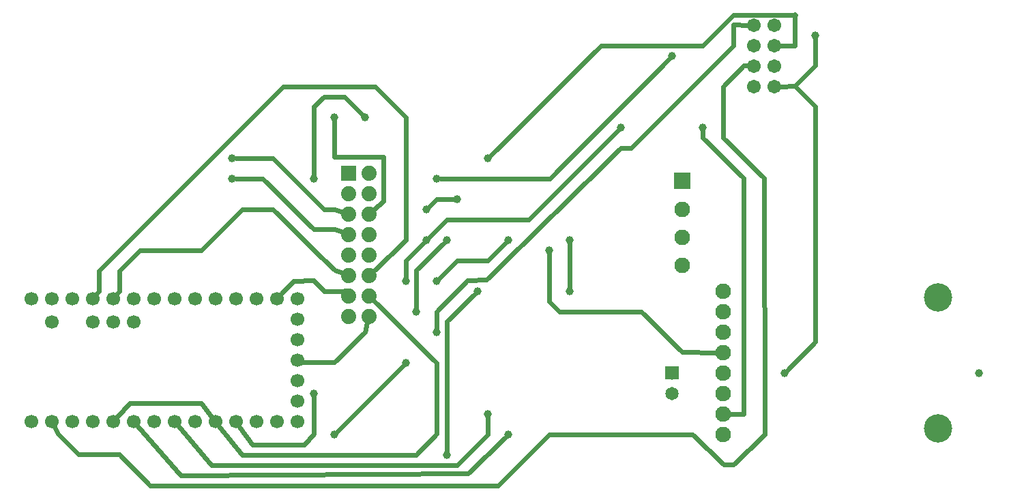
<source format=gbl>
G04 MADE WITH FRITZING*
G04 WWW.FRITZING.ORG*
G04 DOUBLE SIDED*
G04 HOLES PLATED*
G04 CONTOUR ON CENTER OF CONTOUR VECTOR*
%ASAXBY*%
%FSLAX23Y23*%
%MOIN*%
%OFA0B0*%
%SFA1.0B1.0*%
%ADD10C,0.065000*%
%ADD11C,0.039370*%
%ADD12C,0.076139*%
%ADD13C,0.067278*%
%ADD14C,0.074000*%
%ADD15C,0.138425*%
%ADD16C,0.076000*%
%ADD17C,0.066889*%
%ADD18R,0.074000X0.074000*%
%ADD19C,0.024000*%
%ADD20R,0.001000X0.001000*%
%LNCOPPER0*%
G90*
G70*
G54D10*
X3190Y1059D03*
X3190Y959D03*
G54D11*
X4690Y1059D03*
X1540Y759D03*
X1890Y1109D03*
X1940Y1359D03*
X2090Y1709D03*
X1990Y1859D03*
X2140Y1909D03*
X2290Y2109D03*
G54D12*
X3240Y1997D03*
X3240Y1859D03*
X3240Y1721D03*
X3240Y1583D03*
G54D11*
X1990Y1709D03*
X2940Y2259D03*
X2690Y1709D03*
X2690Y1459D03*
X3890Y2709D03*
X3190Y2609D03*
X3740Y1059D03*
X1440Y959D03*
X1890Y1509D03*
X2040Y1259D03*
X2240Y1459D03*
X1540Y2309D03*
X2290Y859D03*
X2390Y759D03*
X2390Y1709D03*
X2041Y1508D03*
X1040Y2009D03*
X2590Y1659D03*
X1040Y2109D03*
X2040Y2009D03*
X1690Y2309D03*
X1440Y2009D03*
X3340Y2259D03*
X2090Y659D03*
G54D13*
X3690Y2459D03*
X3690Y2559D03*
X3690Y2659D03*
X3690Y2759D03*
X3590Y2459D03*
X3590Y2559D03*
X3590Y2659D03*
X3590Y2759D03*
X3690Y2459D03*
X3690Y2559D03*
X3690Y2659D03*
X3690Y2759D03*
X3590Y2459D03*
X3590Y2559D03*
X3590Y2659D03*
X3590Y2759D03*
G54D14*
X1709Y2036D03*
X1709Y1936D03*
X1709Y1836D03*
X1709Y1736D03*
X1709Y1636D03*
X1709Y1536D03*
X1709Y1436D03*
X1709Y1336D03*
X1609Y2036D03*
X1609Y1936D03*
X1609Y1836D03*
X1609Y1736D03*
X1609Y1636D03*
X1609Y1536D03*
X1609Y1436D03*
X1609Y1336D03*
G54D15*
X4490Y1429D03*
X4490Y789D03*
G54D16*
X3440Y759D03*
X3440Y859D03*
X3440Y959D03*
X3440Y1059D03*
X3440Y1159D03*
X3440Y1259D03*
X3440Y1359D03*
X3440Y1459D03*
G54D17*
X1359Y1421D03*
X1259Y1421D03*
X1159Y1421D03*
X1059Y1421D03*
X959Y1421D03*
X859Y1421D03*
X759Y1421D03*
X659Y1421D03*
X559Y1421D03*
X459Y1421D03*
X359Y1421D03*
X259Y1421D03*
X159Y1421D03*
X59Y1421D03*
X159Y1307D03*
X459Y1307D03*
X359Y1307D03*
X1359Y821D03*
X1259Y821D03*
X1159Y821D03*
X1059Y821D03*
X959Y821D03*
X859Y821D03*
X759Y821D03*
X659Y821D03*
X559Y821D03*
X459Y821D03*
X359Y821D03*
X259Y821D03*
X159Y821D03*
X59Y821D03*
X559Y1307D03*
X1359Y1021D03*
X1359Y921D03*
X1359Y1121D03*
X1359Y1321D03*
X1359Y1221D03*
G54D18*
X1609Y2036D03*
G54D19*
X3790Y2460D02*
X3718Y2459D01*
D02*
X3890Y1210D02*
X3890Y2360D01*
D02*
X3890Y2360D02*
X3790Y2460D01*
D02*
X3754Y1072D02*
X3890Y1210D01*
D02*
X3890Y2560D02*
X3790Y2460D01*
D02*
X3790Y2460D02*
X3718Y2459D01*
D02*
X3890Y2690D02*
X3890Y2560D01*
D02*
X1554Y772D02*
X1877Y1095D01*
D02*
X1939Y1560D02*
X2077Y1696D01*
D02*
X1940Y1378D02*
X1939Y1560D01*
D02*
X2041Y1909D02*
X2121Y1909D01*
D02*
X2004Y1872D02*
X2041Y1909D01*
D02*
X3790Y2658D02*
X3718Y2659D01*
D02*
X3790Y2810D02*
X3790Y2658D01*
D02*
X3792Y2809D02*
X3790Y2810D01*
D02*
X3490Y2809D02*
X3791Y2809D01*
D02*
X3340Y2658D02*
X3490Y2809D01*
D02*
X2842Y2658D02*
X3340Y2658D01*
D02*
X2304Y2122D02*
X2842Y2658D01*
D02*
X2091Y1809D02*
X2004Y1722D01*
D02*
X2490Y1809D02*
X2091Y1809D01*
D02*
X2927Y2245D02*
X2490Y1809D01*
D02*
X2690Y1690D02*
X2690Y1478D01*
D02*
X1141Y709D02*
X1077Y796D01*
D02*
X1392Y709D02*
X1141Y709D01*
D02*
X1440Y760D02*
X1392Y709D01*
D02*
X1440Y940D02*
X1440Y760D01*
D02*
X1890Y1609D02*
X1890Y1528D01*
D02*
X1977Y1695D02*
X1890Y1609D01*
D02*
X2989Y2159D02*
X2940Y2159D01*
D02*
X2940Y2159D02*
X2284Y1513D01*
D02*
X3491Y2658D02*
X2989Y2159D01*
D02*
X3491Y2760D02*
X3491Y2658D01*
D02*
X3562Y2759D02*
X3491Y2760D01*
D02*
X2284Y1513D02*
X2189Y1510D01*
D02*
X2040Y1358D02*
X2040Y1278D01*
D02*
X2189Y1510D02*
X2040Y1358D01*
D02*
X2090Y678D02*
X2091Y1310D01*
D02*
X2091Y1310D02*
X2227Y1446D01*
D02*
X1540Y2290D02*
X1540Y2113D01*
D02*
X1540Y2113D02*
X1780Y2113D01*
D02*
X1780Y2113D02*
X1780Y1897D01*
D02*
X1780Y1897D02*
X1733Y1857D01*
D02*
X779Y798D02*
X941Y608D01*
D02*
X941Y608D02*
X2141Y608D01*
D02*
X2291Y758D02*
X2290Y840D01*
D02*
X2141Y608D02*
X2291Y758D01*
D02*
X579Y798D02*
X789Y559D01*
D02*
X789Y559D02*
X2193Y568D01*
D02*
X2193Y568D02*
X2377Y746D01*
D02*
X2141Y1609D02*
X2054Y1522D01*
D02*
X2291Y1609D02*
X2141Y1609D01*
D02*
X2377Y1695D02*
X2291Y1609D01*
D02*
X1189Y2009D02*
X1440Y1760D01*
D02*
X1059Y2009D02*
X1189Y2009D01*
D02*
X1542Y1760D02*
X1580Y1747D01*
D02*
X1440Y1760D02*
X1542Y1760D01*
D02*
X3040Y1359D02*
X3240Y1160D01*
D02*
X2640Y1359D02*
X3040Y1359D01*
D02*
X3240Y1160D02*
X3410Y1159D01*
D02*
X2590Y1409D02*
X2640Y1359D01*
D02*
X2590Y1640D02*
X2590Y1409D01*
D02*
X1059Y2109D02*
X1240Y2109D01*
D02*
X1240Y2109D02*
X1489Y1858D01*
D02*
X1542Y1858D02*
X1579Y1846D01*
D02*
X1489Y1858D02*
X1542Y1858D01*
D02*
X2592Y2009D02*
X2059Y2009D01*
D02*
X3177Y2595D02*
X2592Y2009D01*
D02*
X1591Y2408D02*
X1489Y2409D01*
D02*
X1677Y2322D02*
X1591Y2408D01*
D02*
X1440Y2360D02*
X1440Y2028D01*
D02*
X1489Y2409D02*
X1440Y2360D01*
D02*
X191Y761D02*
X291Y660D01*
D02*
X291Y660D02*
X490Y660D01*
D02*
X490Y660D02*
X641Y508D01*
D02*
X173Y794D02*
X191Y761D01*
D02*
X2341Y508D02*
X2589Y759D01*
D02*
X641Y508D02*
X2341Y508D01*
D02*
X2589Y759D02*
X3290Y757D01*
D02*
X3290Y757D02*
X3442Y610D01*
D02*
X3442Y610D02*
X3490Y610D01*
D02*
X3642Y757D02*
X3639Y2010D01*
D02*
X3490Y610D02*
X3642Y757D01*
D02*
X3439Y2459D02*
X3540Y2560D01*
D02*
X3540Y2560D02*
X3562Y2560D01*
D02*
X3440Y2208D02*
X3439Y2459D01*
D02*
X3639Y2010D02*
X3440Y2208D01*
D02*
X3341Y2240D02*
X3341Y2209D01*
D02*
X3341Y2209D02*
X3541Y2010D01*
D02*
X3540Y859D02*
X3471Y859D01*
D02*
X3541Y2010D02*
X3540Y859D01*
D02*
X2040Y1108D02*
X1731Y1415D01*
D02*
X2040Y760D02*
X2040Y1108D01*
D02*
X1939Y659D02*
X2040Y760D01*
D02*
X1090Y659D02*
X1939Y659D01*
D02*
X978Y797D02*
X1090Y659D01*
D02*
X591Y1659D02*
X891Y1659D01*
D02*
X891Y1659D02*
X1091Y1859D01*
D02*
X1091Y1859D02*
X1240Y1859D01*
D02*
X1491Y1610D02*
X1542Y1560D01*
D02*
X1240Y1859D02*
X1491Y1610D01*
D02*
X1542Y1560D02*
X1580Y1547D01*
D02*
X490Y1558D02*
X591Y1659D01*
D02*
X490Y1459D02*
X490Y1558D01*
D02*
X478Y1445D02*
X490Y1459D01*
D02*
X391Y1558D02*
X391Y1459D01*
D02*
X391Y1459D02*
X378Y1444D01*
D02*
X1290Y2459D02*
X391Y1558D01*
D02*
X1741Y2459D02*
X1290Y2459D01*
D02*
X1890Y2308D02*
X1741Y2459D01*
D02*
X1890Y1709D02*
X1890Y2308D01*
D02*
X1732Y1558D02*
X1890Y1709D01*
D02*
X1340Y1508D02*
X1280Y1443D01*
D02*
X1440Y1510D02*
X1340Y1508D01*
D02*
X1591Y1458D02*
X1489Y1458D01*
D02*
X1489Y1458D02*
X1440Y1510D01*
D02*
X1589Y1460D02*
X1591Y1458D01*
D02*
X1391Y1110D02*
X1388Y1111D01*
D02*
X1540Y1110D02*
X1391Y1110D01*
D02*
X1689Y1258D02*
X1540Y1110D01*
D02*
X1701Y1306D02*
X1689Y1258D01*
D02*
X890Y910D02*
X540Y910D01*
D02*
X540Y910D02*
X479Y844D01*
D02*
X940Y845D02*
X890Y910D01*
G54D20*
X3200Y2037D02*
X3279Y2037D01*
X3200Y2036D02*
X3279Y2036D01*
X3200Y2035D02*
X3279Y2035D01*
X3200Y2034D02*
X3279Y2034D01*
X3200Y2033D02*
X3279Y2033D01*
X3200Y2032D02*
X3279Y2032D01*
X3200Y2031D02*
X3279Y2031D01*
X3200Y2030D02*
X3279Y2030D01*
X3200Y2029D02*
X3279Y2029D01*
X3200Y2028D02*
X3279Y2028D01*
X3200Y2027D02*
X3279Y2027D01*
X3200Y2026D02*
X3279Y2026D01*
X3200Y2025D02*
X3279Y2025D01*
X3200Y2024D02*
X3279Y2024D01*
X3200Y2023D02*
X3279Y2023D01*
X3200Y2022D02*
X3279Y2022D01*
X3200Y2021D02*
X3234Y2021D01*
X3244Y2021D02*
X3279Y2021D01*
X3200Y2020D02*
X3231Y2020D01*
X3248Y2020D02*
X3279Y2020D01*
X3200Y2019D02*
X3228Y2019D01*
X3250Y2019D02*
X3279Y2019D01*
X3200Y2018D02*
X3227Y2018D01*
X3252Y2018D02*
X3279Y2018D01*
X3200Y2017D02*
X3225Y2017D01*
X3253Y2017D02*
X3279Y2017D01*
X3200Y2016D02*
X3224Y2016D01*
X3255Y2016D02*
X3279Y2016D01*
X3200Y2015D02*
X3223Y2015D01*
X3256Y2015D02*
X3279Y2015D01*
X3200Y2014D02*
X3222Y2014D01*
X3257Y2014D02*
X3279Y2014D01*
X3200Y2013D02*
X3221Y2013D01*
X3258Y2013D02*
X3279Y2013D01*
X3200Y2012D02*
X3220Y2012D01*
X3259Y2012D02*
X3279Y2012D01*
X3200Y2011D02*
X3219Y2011D01*
X3259Y2011D02*
X3279Y2011D01*
X3200Y2010D02*
X3219Y2010D01*
X3260Y2010D02*
X3279Y2010D01*
X3200Y2009D02*
X3218Y2009D01*
X3260Y2009D02*
X3279Y2009D01*
X3200Y2008D02*
X3218Y2008D01*
X3261Y2008D02*
X3279Y2008D01*
X3200Y2007D02*
X3217Y2007D01*
X3261Y2007D02*
X3279Y2007D01*
X3200Y2006D02*
X3217Y2006D01*
X3262Y2006D02*
X3279Y2006D01*
X3200Y2005D02*
X3216Y2005D01*
X3262Y2005D02*
X3279Y2005D01*
X3200Y2004D02*
X3216Y2004D01*
X3262Y2004D02*
X3279Y2004D01*
X3200Y2003D02*
X3216Y2003D01*
X3263Y2003D02*
X3279Y2003D01*
X3200Y2002D02*
X3216Y2002D01*
X3263Y2002D02*
X3279Y2002D01*
X3200Y2001D02*
X3215Y2001D01*
X3263Y2001D02*
X3279Y2001D01*
X3200Y2000D02*
X3215Y2000D01*
X3263Y2000D02*
X3279Y2000D01*
X3200Y1999D02*
X3215Y1999D01*
X3263Y1999D02*
X3279Y1999D01*
X3200Y1998D02*
X3215Y1998D01*
X3263Y1998D02*
X3279Y1998D01*
X3200Y1997D02*
X3215Y1997D01*
X3263Y1997D02*
X3279Y1997D01*
X3200Y1996D02*
X3215Y1996D01*
X3263Y1996D02*
X3279Y1996D01*
X3200Y1995D02*
X3215Y1995D01*
X3263Y1995D02*
X3279Y1995D01*
X3200Y1994D02*
X3215Y1994D01*
X3263Y1994D02*
X3279Y1994D01*
X3200Y1993D02*
X3216Y1993D01*
X3263Y1993D02*
X3279Y1993D01*
X3200Y1992D02*
X3216Y1992D01*
X3263Y1992D02*
X3279Y1992D01*
X3200Y1991D02*
X3216Y1991D01*
X3262Y1991D02*
X3279Y1991D01*
X3200Y1990D02*
X3217Y1990D01*
X3262Y1990D02*
X3279Y1990D01*
X3200Y1989D02*
X3217Y1989D01*
X3262Y1989D02*
X3279Y1989D01*
X3200Y1988D02*
X3217Y1988D01*
X3261Y1988D02*
X3279Y1988D01*
X3200Y1987D02*
X3218Y1987D01*
X3261Y1987D02*
X3279Y1987D01*
X3200Y1986D02*
X3218Y1986D01*
X3260Y1986D02*
X3279Y1986D01*
X3200Y1985D02*
X3219Y1985D01*
X3260Y1985D02*
X3279Y1985D01*
X3200Y1984D02*
X3220Y1984D01*
X3259Y1984D02*
X3279Y1984D01*
X3200Y1983D02*
X3221Y1983D01*
X3258Y1983D02*
X3279Y1983D01*
X3200Y1982D02*
X3221Y1982D01*
X3257Y1982D02*
X3279Y1982D01*
X3200Y1981D02*
X3222Y1981D01*
X3256Y1981D02*
X3279Y1981D01*
X3200Y1980D02*
X3223Y1980D01*
X3255Y1980D02*
X3279Y1980D01*
X3200Y1979D02*
X3225Y1979D01*
X3254Y1979D02*
X3279Y1979D01*
X3200Y1978D02*
X3226Y1978D01*
X3252Y1978D02*
X3279Y1978D01*
X3200Y1977D02*
X3228Y1977D01*
X3251Y1977D02*
X3279Y1977D01*
X3200Y1976D02*
X3230Y1976D01*
X3249Y1976D02*
X3279Y1976D01*
X3200Y1975D02*
X3233Y1975D01*
X3245Y1975D02*
X3279Y1975D01*
X3200Y1974D02*
X3279Y1974D01*
X3200Y1973D02*
X3279Y1973D01*
X3200Y1972D02*
X3279Y1972D01*
X3200Y1971D02*
X3279Y1971D01*
X3200Y1970D02*
X3279Y1970D01*
X3200Y1969D02*
X3279Y1969D01*
X3200Y1968D02*
X3279Y1968D01*
X3200Y1967D02*
X3279Y1967D01*
X3200Y1966D02*
X3279Y1966D01*
X3200Y1965D02*
X3279Y1965D01*
X3200Y1964D02*
X3279Y1964D01*
X3200Y1963D02*
X3279Y1963D01*
X3200Y1962D02*
X3279Y1962D01*
X3200Y1961D02*
X3279Y1961D01*
X3200Y1960D02*
X3279Y1960D01*
X3200Y1959D02*
X3279Y1959D01*
X3200Y1958D02*
X3278Y1958D01*
X3157Y1092D02*
X3221Y1092D01*
X3157Y1091D02*
X3221Y1091D01*
X3157Y1090D02*
X3221Y1090D01*
X3157Y1089D02*
X3221Y1089D01*
X3157Y1088D02*
X3221Y1088D01*
X3157Y1087D02*
X3221Y1087D01*
X3157Y1086D02*
X3221Y1086D01*
X3157Y1085D02*
X3221Y1085D01*
X3157Y1084D02*
X3221Y1084D01*
X3157Y1083D02*
X3221Y1083D01*
X3157Y1082D02*
X3221Y1082D01*
X3157Y1081D02*
X3221Y1081D01*
X3157Y1080D02*
X3221Y1080D01*
X3157Y1079D02*
X3221Y1079D01*
X3157Y1078D02*
X3221Y1078D01*
X3157Y1077D02*
X3221Y1077D01*
X3157Y1076D02*
X3221Y1076D01*
X3157Y1075D02*
X3221Y1075D01*
X3157Y1074D02*
X3221Y1074D01*
X3157Y1073D02*
X3184Y1073D01*
X3195Y1073D02*
X3221Y1073D01*
X3157Y1072D02*
X3182Y1072D01*
X3197Y1072D02*
X3221Y1072D01*
X4707Y1072D02*
X4790Y1072D01*
X3157Y1071D02*
X3180Y1071D01*
X3198Y1071D02*
X3221Y1071D01*
X3157Y1070D02*
X3179Y1070D01*
X3199Y1070D02*
X3221Y1070D01*
X3157Y1069D02*
X3178Y1069D01*
X3200Y1069D02*
X3221Y1069D01*
X3157Y1068D02*
X3177Y1068D01*
X3201Y1068D02*
X3221Y1068D01*
X3157Y1067D02*
X3177Y1067D01*
X3202Y1067D02*
X3221Y1067D01*
X3157Y1066D02*
X3176Y1066D01*
X3202Y1066D02*
X3221Y1066D01*
X3157Y1065D02*
X3176Y1065D01*
X3203Y1065D02*
X3221Y1065D01*
X3157Y1064D02*
X3176Y1064D01*
X3203Y1064D02*
X3221Y1064D01*
X3157Y1063D02*
X3175Y1063D01*
X3203Y1063D02*
X3221Y1063D01*
X3157Y1062D02*
X3175Y1062D01*
X3203Y1062D02*
X3221Y1062D01*
X3157Y1061D02*
X3175Y1061D01*
X3203Y1061D02*
X3221Y1061D01*
X3157Y1060D02*
X3175Y1060D01*
X3203Y1060D02*
X3221Y1060D01*
X3157Y1059D02*
X3175Y1059D01*
X3203Y1059D02*
X3221Y1059D01*
X3157Y1058D02*
X3175Y1058D01*
X3203Y1058D02*
X3221Y1058D01*
X3157Y1057D02*
X3175Y1057D01*
X3203Y1057D02*
X3221Y1057D01*
X3157Y1056D02*
X3176Y1056D01*
X3203Y1056D02*
X3221Y1056D01*
X3157Y1055D02*
X3176Y1055D01*
X3202Y1055D02*
X3221Y1055D01*
X3157Y1054D02*
X3177Y1054D01*
X3202Y1054D02*
X3221Y1054D01*
X3157Y1053D02*
X3177Y1053D01*
X3201Y1053D02*
X3221Y1053D01*
X3157Y1052D02*
X3178Y1052D01*
X3201Y1052D02*
X3221Y1052D01*
X3157Y1051D02*
X3179Y1051D01*
X3200Y1051D02*
X3221Y1051D01*
X3157Y1050D02*
X3180Y1050D01*
X3199Y1050D02*
X3221Y1050D01*
X3157Y1049D02*
X3181Y1049D01*
X3198Y1049D02*
X3221Y1049D01*
X3157Y1048D02*
X3183Y1048D01*
X3196Y1048D02*
X3221Y1048D01*
X3157Y1047D02*
X3185Y1047D01*
X3193Y1047D02*
X3221Y1047D01*
X3157Y1046D02*
X3221Y1046D01*
X3157Y1045D02*
X3221Y1045D01*
X3157Y1044D02*
X3221Y1044D01*
X3157Y1043D02*
X3221Y1043D01*
X3157Y1042D02*
X3221Y1042D01*
X3157Y1041D02*
X3221Y1041D01*
X3157Y1040D02*
X3221Y1040D01*
X3157Y1039D02*
X3221Y1039D01*
X3157Y1038D02*
X3221Y1038D01*
X3157Y1037D02*
X3221Y1037D01*
X3157Y1036D02*
X3221Y1036D01*
X3157Y1035D02*
X3221Y1035D01*
X3157Y1034D02*
X3221Y1034D01*
X3157Y1033D02*
X3221Y1033D01*
X3157Y1032D02*
X3221Y1032D01*
X3157Y1031D02*
X3221Y1031D01*
X3157Y1030D02*
X3221Y1030D01*
X3157Y1029D02*
X3221Y1029D01*
X3157Y1028D02*
X3221Y1028D01*
D02*
G04 End of Copper0*
M02*
</source>
